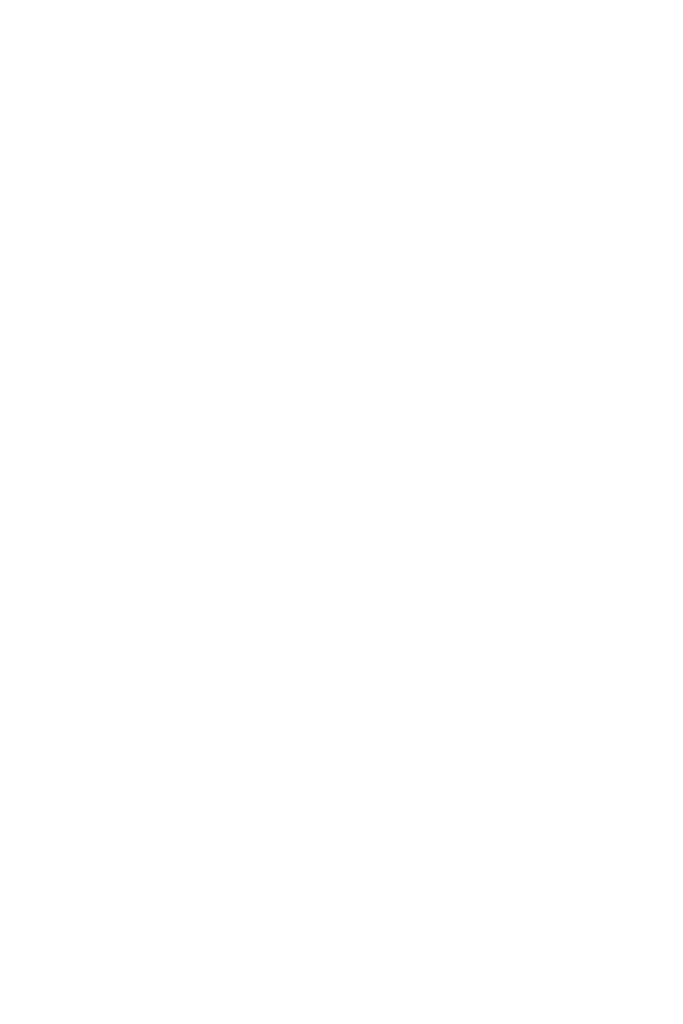
<source format=kicad_pcb>
(kicad_pcb (version 20171130) (host pcbnew "(5.1.7-0-10_14)")

  (general
    (thickness 1.6)
    (drawings 90)
    (tracks 0)
    (zones 0)
    (modules 0)
    (nets 1)
  )

  (page A4)
  (layers
    (0 F.Cu signal)
    (31 B.Cu signal)
    (32 B.Adhes user)
    (33 F.Adhes user)
    (34 B.Paste user)
    (35 F.Paste user)
    (36 B.SilkS user)
    (37 F.SilkS user)
    (38 B.Mask user)
    (39 F.Mask user)
    (40 Dwgs.User user)
    (41 Cmts.User user)
    (42 Eco1.User user)
    (43 Eco2.User user)
    (44 Edge.Cuts user)
    (45 Margin user)
    (46 B.CrtYd user)
    (47 F.CrtYd user)
    (48 B.Fab user)
    (49 F.Fab user)
  )

  (setup
    (last_trace_width 0.25)
    (trace_clearance 0.2)
    (zone_clearance 0.508)
    (zone_45_only no)
    (trace_min 0.2)
    (via_size 0.8)
    (via_drill 0.4)
    (via_min_size 0.4)
    (via_min_drill 0.3)
    (uvia_size 0.3)
    (uvia_drill 0.1)
    (uvias_allowed no)
    (uvia_min_size 0.2)
    (uvia_min_drill 0.1)
    (edge_width 0.05)
    (segment_width 0.2)
    (pcb_text_width 0.3)
    (pcb_text_size 1.5 1.5)
    (mod_edge_width 0.12)
    (mod_text_size 1 1)
    (mod_text_width 0.15)
    (pad_size 1.524 1.524)
    (pad_drill 0.762)
    (pad_to_mask_clearance 0)
    (aux_axis_origin 250 132.5)
    (grid_origin 250 132.5)
    (visible_elements FFFFFF7F)
    (pcbplotparams
      (layerselection 0x00008_7ffffffe)
      (usegerberextensions false)
      (usegerberattributes true)
      (usegerberadvancedattributes true)
      (creategerberjobfile true)
      (excludeedgelayer true)
      (linewidth 0.100000)
      (plotframeref false)
      (viasonmask false)
      (mode 1)
      (useauxorigin false)
      (hpglpennumber 1)
      (hpglpenspeed 20)
      (hpglpendiameter 15.000000)
      (psnegative false)
      (psa4output false)
      (plotreference true)
      (plotvalue true)
      (plotinvisibletext false)
      (padsonsilk false)
      (subtractmaskfromsilk false)
      (outputformat 1)
      (mirror false)
      (drillshape 0)
      (scaleselection 1)
      (outputdirectory "Gerbers/"))
  )

  (net 0 "")

  (net_class Default "This is the default net class."
    (clearance 0.2)
    (trace_width 0.25)
    (via_dia 0.8)
    (via_drill 0.4)
    (uvia_dia 0.3)
    (uvia_drill 0.1)
  )

  (gr_poly (pts (xy 237.230111 99.351784) (xy 237.806901 99.4047) (xy 238.181534 99.554933) (xy 238.474312 99.820757) (xy 238.664894 100.174884) (xy 238.732941 100.59003) (xy 238.658938 101.024336) (xy 238.450496 101.389708) (xy 238.127953 101.660822) (xy 237.711648 101.812378) (xy 237.711648 101.023923) (xy 237.911408 100.840039) (xy 237.976231 100.600591) (xy 237.938528 100.412738) (xy 237.833356 100.256634) (xy 237.597879 100.131618) (xy 237.203651 100.097885) (xy 236.478696 100.097885) (xy 236.478696 98.1876) (xy 237.230111 98.1876)) (layer F.Paste) (width 0.1) (tstamp 60ADAFBE))
  (gr_poly (pts (xy 248.226309 93.411635) (xy 248.259383 93.69077) (xy 248.161819 94.179175) (xy 247.895582 94.577785) (xy 247.500362 94.846419) (xy 247.015844 94.944893) (xy 246.537859 94.852207) (xy 246.152644 94.592338) (xy 245.885499 94.19257) (xy 245.761724 93.680188) (xy 246.523719 93.680188) (xy 246.587219 93.928896) (xy 246.753906 94.125348) (xy 247.015843 94.19877) (xy 247.3598 94.065156) (xy 247.460838 93.917486) (xy 247.497383 93.733105) (xy 247.492093 93.643147) (xy 247.851926 93.442064) (xy 248.1218 93.156315)) (layer F.Paste) (width 0.1) (tstamp 60ADAFBB))
  (gr_arc (start 237.5 90) (end 223.250001 90.5) (angle -85.98089223) (layer F.Paste) (width 0.5) (tstamp 60ADAFB8))
  (gr_poly (pts (xy 231.243793 98.140418) (xy 231.063877 98.637833) (xy 231.155819 98.938796) (xy 231.418417 99.124665) (xy 231.418417 99.897245) (xy 230.977722 99.747921) (xy 230.627316 99.464654) (xy 230.395971 99.080183) (xy 230.312462 98.62725) (xy 230.375301 98.233682) (xy 230.592919 97.780585) (xy 231.476625 96.28305) (xy 232.34975 96.28305)) (layer F.Paste) (width 0.1) (tstamp 60ADAFB5))
  (gr_poly (pts (xy 238.5689 98.92845) (xy 237.653445 98.92843) (xy 237.653445 98.1876) (xy 238.5689 98.1876)) (layer F.Paste) (width 0.1) (tstamp 60ADAFB2))
  (gr_poly (pts (xy 238.172968 78.262437) (xy 238.733634 78.603666) (xy 239.140512 79.124481) (xy 239.34945 79.78569) (xy 238.582159 79.78569) (xy 238.429031 79.417672) (xy 238.186607 79.139447) (xy 237.870762 78.963417) (xy 237.49737 78.901985) (xy 237.124886 78.96565) (xy 236.80747 79.1454) (xy 236.566452 79.424369) (xy 236.423165 79.78569) (xy 235.650585 79.78569) (xy 235.85663 79.133409) (xy 236.267064 78.611603) (xy 236.832278 78.265413) (xy 237.502665 78.139985)) (layer F.Paste) (width 0.1) (tstamp 60ADAFAF))
  (gr_poly (pts (xy 227.984145 94.86025) (xy 227.17452 94.86025) (xy 228.0265 92.494845) (xy 228.836118 92.494845)) (layer F.Paste) (width 0.1) (tstamp 60ADAFAC))
  (gr_poly (pts (xy 244.452035 98.30977) (xy 244.88595 98.30977) (xy 244.88595 99.0506) (xy 244.452035 99.050595) (xy 244.452035 99.913135) (xy 243.69004 99.913135) (xy 243.69004 97.087395) (xy 244.452035 96.26719)) (layer F.Paste) (width 0.1) (tstamp 60ADAFA9))
  (gr_poly (pts (xy 248.30701 88.722235) (xy 245.7141 88.722235) (xy 246.29618 87.981405) (xy 248.30701 87.981405)) (layer F.Paste) (width 0.1) (tstamp 60ADAFA6))
  (gr_poly (pts (xy 237.122294 100.86586) (xy 237.293611 101.013365) (xy 237.29361 101.80711) (xy 236.911454 101.673662) (xy 236.609665 101.449925) (xy 236.393203 101.138875) (xy 236.26703 100.74349) (xy 237.03432 100.642949)) (layer F.Paste) (width 0.1) (tstamp 60ADAFA3))
  (gr_poly (pts (xy 247.422557 91.320442) (xy 247.771889 91.554267) (xy 248.005135 91.905169) (xy 248.09005 92.3414) (xy 248.0101 92.773826) (xy 247.783799 93.113981) (xy 247.43149 93.34301) (xy 246.973514 93.442063) (xy 246.973514 92.701233) (xy 247.248018 92.588785) (xy 247.343929 92.3414) (xy 247.242065 92.086078) (xy 246.989389 91.981568) (xy 246.813441 92.023901) (xy 246.693056 92.145609) (xy 246.624265 92.37315) (xy 245.87814 92.37315) (xy 245.975868 91.918564) (xy 246.211511 91.558235) (xy 246.55828 91.320938) (xy 246.989385 91.235444)) (layer F.Paste) (width 0.1) (tstamp 60ADAFA0))
  (gr_poly (pts (xy 232.582602 97.722395) (xy 232.840569 98.128528) (xy 232.93185 98.6061) (xy 232.850737 99.064492) (xy 232.624272 99.451444) (xy 232.277752 99.737193) (xy 231.836478 99.891974) (xy 231.836478 99.119394) (xy 232.098415 98.92294) (xy 232.185727 98.611394) (xy 232.091139 98.297202) (xy 231.77827 98.066354) (xy 232.164561 97.415479)) (layer F.Paste) (width 0.1) (tstamp 60ADAF9D))
  (gr_poly (pts (xy 243.9123 83.73015) (xy 243.1503 83.730149) (xy 243.1503 81.385949) (xy 242.843385 81.565865) (xy 242.843385 80.724495) (xy 243.9123 80.089495)) (layer F.Paste) (width 0.1) (tstamp 60ADAF9A))
  (gr_poly (pts (xy 228.612774 85.152849) (xy 228.943915 85.376587) (xy 229.158971 85.705496) (xy 229.235617 86.11874) (xy 229.18733 86.429623) (xy 229.023951 86.73257) (xy 229.285887 87.116874) (xy 229.373202 87.568656) (xy 229.289941 88.02787) (xy 229.052395 88.392828) (xy 228.67892 88.644677) (xy 228.187872 88.764566) (xy 228.187872 88.023736) (xy 228.507355 87.879539) (xy 228.616495 87.568655) (xy 228.511324 87.272983) (xy 228.187872 87.140031) (xy 228.187872 86.393906) (xy 228.402184 86.290057) (xy 228.473621 86.08699) (xy 228.404168 85.888552) (xy 228.187872 85.785365) (xy 228.187872 85.05512)) (layer F.Paste) (width 0.1) (tstamp 60ADAF97))
  (gr_poly (pts (xy 231.407857 80.875335) (xy 231.14592 81.071785) (xy 231.058608 81.38333) (xy 231.153196 81.700168) (xy 231.466065 81.93366) (xy 231.079776 82.584535) (xy 230.661735 82.27762) (xy 230.405752 81.868839) (xy 230.312487 81.388625) (xy 230.393598 80.933211) (xy 230.620063 80.54725) (xy 230.966583 80.260508) (xy 231.407857 80.10275)) (layer F.Paste) (width 0.1) (tstamp 60ADAF94))
  (gr_poly (pts (xy 227.790995 85.785359) (xy 227.576683 85.888546) (xy 227.505246 86.086984) (xy 227.576683 86.290052) (xy 227.790995 86.3939) (xy 227.790995 87.140025) (xy 227.470189 87.272978) (xy 227.367663 87.568649) (xy 227.474157 87.879533) (xy 227.790995 88.02373) (xy 227.790997 88.764554) (xy 227.299948 88.644668) (xy 226.926473 88.39282) (xy 226.688927 88.027861) (xy 226.605667 87.568644) (xy 226.692979 87.11687) (xy 226.954916 86.732564) (xy 226.791536 86.429618) (xy 226.74325 86.118734) (xy 226.819895 85.70549) (xy 227.03495 85.376581) (xy 227.366091 85.152844) (xy 227.790995 85.055114)) (layer F.Paste) (width 0.1) (tstamp 60ADAF91))
  (gr_poly (pts (xy 228.99485 92.06093) (xy 226.71944 92.06093) (xy 226.71944 91.3201) (xy 229.25945 91.3201)) (layer F.Paste) (width 0.1) (tstamp 60ADAF8E))
  (gr_poly (pts (xy 232.26659 80.252074) (xy 232.616997 80.535344) (xy 232.848341 80.919816) (xy 232.931847 81.37275) (xy 232.869008 81.76433) (xy 232.651389 82.21941) (xy 231.767684 83.71695) (xy 230.894564 83.71695) (xy 232.000519 81.85958) (xy 232.180436 81.356875) (xy 232.088493 81.058557) (xy 231.825895 80.875335) (xy 231.825895 80.10275)) (layer F.Paste) (width 0.1) (tstamp 60ADAF8B))
  (gr_poly (pts (xy 236.566452 80.576457) (xy 236.80747 80.857244) (xy 237.124886 81.038813) (xy 237.49737 81.103305) (xy 237.870762 81.041789) (xy 238.186608 80.865181) (xy 238.429032 80.585386) (xy 238.582159 80.21431) (xy 239.34945 80.21431) (xy 239.140512 80.875519) (xy 238.733634 81.396333) (xy 238.172968 81.737563) (xy 237.502665 81.860015) (xy 236.832278 81.73533) (xy 236.267063 81.39038) (xy 235.856629 80.868822) (xy 235.650585 80.21431) (xy 236.423165 80.21431)) (layer F.Paste) (width 0.1) (tstamp 60ADAF88))
  (gr_poly (pts (xy 247.557247 85.189479) (xy 247.933947 85.440749) (xy 248.187615 85.814058) (xy 248.28055 86.2722) (xy 248.193234 86.692228) (xy 247.899547 87.155908) (xy 247.608506 87.531615) (xy 246.656011 87.531615) (xy 247.291011 86.71141) (xy 247.464974 86.458734) (xy 247.507969 86.277495) (xy 247.386261 85.976532) (xy 247.089929 85.854163) (xy 246.777721 85.976532) (xy 246.656013 86.340995) (xy 245.904598 86.340995) (xy 245.989265 85.81712) (xy 246.167279 85.521614) (xy 246.425165 85.294569) (xy 246.741589 85.148883) (xy 247.09522 85.097455)) (layer F.Paste) (width 0.1) (tstamp 60ADAF85))
  (gr_arc (start 237.5 90) (end 238 104.25) (angle -85.98089237) (layer F.Paste) (width 0.5) (tstamp 60ADAF82))
  (gr_arc (start 237.5 90) (end 237 75.75) (angle -85.98089237) (layer F.Paste) (width 0.5) (tstamp 60ADAF7F))
  (gr_arc (start 237.5 90) (end 251.749999 89.5) (angle -85.98089223) (layer F.Paste) (width 0.5) (tstamp 60ADAF7C))
  (gr_poly (pts (xy 243.261415 99.0506) (xy 241.86971 99.0506) (xy 242.562915 98.30977) (xy 243.261415 98.30977)) (layer F.Paste) (width 0.1) (tstamp 60ADAF79))
  (gr_poly (pts (xy 239.11241 112.818145) (xy 239.53413 113.005048) (xy 239.910705 113.258924) (xy 240.234943 113.571587) (xy 240.49965 113.934852) (xy 240.697632 114.340533) (xy 240.821696 114.780444) (xy 240.864647 115.2464) (xy 240.73897 116.029561) (xy 240.303732 116.93972) (xy 238.536322 119.9348) (xy 236.790077 119.9348) (xy 239.001987 116.22006) (xy 239.273184 115.665758) (xy 239.36182 115.21465) (xy 239.315022 114.890038) (xy 239.177936 114.618015) (xy 238.955521 114.403539) (xy 238.65274 114.25157) (xy 238.65274 112.7064)) (layer F.Paste) (width 0) (tstamp 60ADAB9A))
  (gr_poly (pts (xy 237.816655 114.25157) (xy 237.511063 114.417757) (xy 237.292784 114.64447) (xy 237.161816 114.92873) (xy 237.11816 115.26756) (xy 237.163635 115.613668) (xy 237.307337 115.901237) (xy 237.560179 116.147133) (xy 237.933075 116.36822) (xy 237.16049 117.66997) (xy 236.667044 117.363055) (xy 236.32441 117.05614) (xy 236.03221 116.674147) (xy 235.812441 116.238578) (xy 235.674031 115.767293) (xy 235.62591 115.27815) (xy 235.66752 114.809094) (xy 235.788132 114.367323) (xy 235.981422 113.960278) (xy 236.241064 113.595401) (xy 236.560734 113.280133) (xy 236.934106 113.021916) (xy 237.354855 112.828191) (xy 237.816655 112.7064)) (layer F.Paste) (width 0) (tstamp 60ADAB9D))
  (gr_poly (pts (xy 230.137438 122.674824) (xy 229.733184 122.806661) (xy 229.375812 123.001501) (xy 229.070901 123.254136) (xy 228.824033 123.559357) (xy 228.640789 123.911954) (xy 228.52675 124.30672) (xy 228.487497 124.738445) (xy 228.58407 125.360216) (xy 228.910829 125.96611) (xy 228.605235 126.333052) (xy 228.386954 126.73472) (xy 228.255985 127.170123) (xy 228.212332 127.63826) (xy 228.254728 128.118683) (xy 228.378854 128.556692) (xy 228.580123 128.947571) (xy 228.853946 129.286609) (xy 229.195733 129.569092) (xy 229.600896 129.790308) (xy 230.064845 129.945543) (xy 230.582992 130.030085) (xy 230.582992 128.548425) (xy 230.212413 128.447885) (xy 229.944027 128.260032) (xy 229.780813 127.988836) (xy 229.725747 127.638265) (xy 229.777837 127.300426) (xy 229.93609 127.046923) (xy 230.203483 126.87478) (xy 230.582992 126.78102) (xy 230.582992 125.288775) (xy 230.332961 125.209236) (xy 230.154367 125.081079) (xy 230.047211 124.903312) (xy 230.011492 124.674945) (xy 230.045723 124.452694) (xy 230.150399 124.278068) (xy 230.328497 124.151068) (xy 230.582992 124.071695) (xy 230.582992 122.6112)) (layer F.Paste) (width 0) (tstamp 60ADAB7D))
  (gr_poly (pts (xy 231.822291 122.674804) (xy 232.226545 122.806641) (xy 232.583917 123.001481) (xy 232.888828 123.254116) (xy 233.135696 123.559337) (xy 233.31894 123.911934) (xy 233.432979 124.3067) (xy 233.472232 124.738425) (xy 233.375659 125.360196) (xy 233.0489 125.96609) (xy 233.354494 126.333032) (xy 233.572775 126.7347) (xy 233.703744 127.170103) (xy 233.747397 127.63824) (xy 233.705001 128.118663) (xy 233.580875 128.556672) (xy 233.379606 128.947551) (xy 233.105783 129.286589) (xy 232.763996 129.569072) (xy 232.358833 129.790288) (xy 231.894884 129.945523) (xy 231.376737 130.030065) (xy 231.376737 128.548405) (xy 231.747316 128.447865) (xy 232.015702 128.260012) (xy 232.178916 127.988816) (xy 232.233982 127.638245) (xy 232.181892 127.300406) (xy 232.023639 127.046903) (xy 231.756246 126.87476) (xy 231.376737 126.781) (xy 231.376737 125.288755) (xy 231.626768 125.209216) (xy 231.805362 125.081059) (xy 231.912518 124.903292) (xy 231.948237 124.674925) (xy 231.914006 124.452674) (xy 231.80933 124.278048) (xy 231.631232 124.151048) (xy 231.376737 124.071675) (xy 231.376737 122.61118)) (layer F.Paste) (width 0))
  (gr_poly (pts (xy 237.488582 148.78182) (xy 237.217385 149.334797) (xy 237.12875 149.77665) (xy 237.175548 150.102913) (xy 237.312634 150.378576) (xy 237.535048 150.596691) (xy 237.83783 150.750315) (xy 237.83783 152.295475) (xy 237.378159 152.183731) (xy 236.95644 151.996829) (xy 236.579864 151.742954) (xy 236.255627 151.430292) (xy 235.99092 151.067029) (xy 235.792938 150.661349) (xy 235.668873 150.221439) (xy 235.62592 149.755485) (xy 235.751596 148.968351) (xy 236.186834 148.062155) (xy 237.954245 145.06708) (xy 239.70049 145.06708)) (layer F.Paste) (width 0))
  (gr_poly (pts (xy 239.823521 147.630886) (xy 240.166155 147.94574) (xy 240.462816 148.3231) (xy 240.682088 148.758007) (xy 240.818017 149.228634) (xy 240.86465 149.71315) (xy 240.823045 150.185677) (xy 240.702432 150.629927) (xy 240.509142 151.038458) (xy 240.2495 151.40383) (xy 239.92983 151.7186) (xy 239.556458 151.975328) (xy 239.13571 152.166571) (xy 238.67391 152.28489) (xy 238.67391 150.73973) (xy 238.979504 150.57354) (xy 239.197785 150.346826) (xy 239.328754 150.062566) (xy 239.37241 149.723735) (xy 239.326934 149.382258) (xy 239.183232 149.095351) (xy 238.93039 148.850116) (xy 238.557495 148.633655) (xy 239.330075 147.33191)) (layer F.Paste) (width 0))
  (gr_poly (pts (xy 249.245589 154.23266) (xy 249.588223 154.52767) (xy 249.588223 156.115165) (xy 248.82391 155.848266) (xy 248.220331 155.400791) (xy 247.787408 154.778691) (xy 247.535063 153.98792) (xy 249.069643 153.78684)) (layer F.Paste) (width 0) (tstamp 60ADABAA))
  (gr_poly (pts (xy 249.461223 151.204513) (xy 250.614803 151.310345) (xy 251.364068 151.610811) (xy 251.949623 152.142457) (xy 252.330788 152.850711) (xy 252.466876 153.681008) (xy 252.429029 154.129414) (xy 252.318876 154.549666) (xy 251.901994 155.28041) (xy 251.25691 155.822638) (xy 250.861504 156.007245) (xy 250.424302 156.125748) (xy 250.424302 154.548838) (xy 250.823821 154.181069) (xy 250.953467 153.702173) (xy 250.878061 153.326466) (xy 250.667718 153.014258) (xy 250.196759 152.764225) (xy 249.408303 152.696758) (xy 247.958393 152.696758) (xy 247.958393 148.876188) (xy 249.461223 148.876188)) (layer F.Paste) (width 0) (tstamp 60ADABAF))
  (gr_poly (pts (xy 271.453518 139.32422) (xy 271.51966 139.882486) (xy 271.469224 140.388315) (xy 271.32453 140.859293) (xy 271.095501 141.285375) (xy 270.792058 141.656514) (xy 270.424124 141.962665) (xy 270.001619 142.193782) (xy 269.534465 142.339819) (xy 269.032585 142.390731) (xy 268.534571 142.343251) (xy 268.076617 142.205357) (xy 267.665047 141.983873) (xy 267.306187 141.685618) (xy 267.006361 141.317414) (xy 266.771895 140.886082) (xy 266.609115 140.398444) (xy 266.524345 139.861321) (xy 268.04834 139.861321) (xy 268.17534 140.358736) (xy 268.31226 140.581482) (xy 268.508712 140.751642) (xy 268.752789 140.860287) (xy 269.032585 140.898486) (xy 269.415237 140.827379) (xy 269.720499 140.631258) (xy 269.922574 140.335918) (xy 269.995665 139.967156) (xy 269.985085 139.78724) (xy 270.364762 139.625845) (xy 270.70475 139.385075) (xy 271.2445 138.813575)) (layer F.Paste) (width 0))
  (gr_poly (pts (xy 269.429775 135.015661) (xy 269.846016 135.141834) (xy 270.220338 135.342421) (xy 270.544679 135.609484) (xy 270.810977 135.935085) (xy 271.011171 136.311289) (xy 271.137199 136.730156) (xy 271.180998 137.183747) (xy 271.140174 137.636887) (xy 271.021091 138.048603) (xy 270.828835 138.414182) (xy 270.56849 138.728912) (xy 270.245142 138.98808) (xy 269.863874 139.186972) (xy 269.429773 139.320875) (xy 268.947923 139.385077) (xy 268.947923 137.903417) (xy 269.264594 137.826688) (xy 269.49693 137.678522) (xy 269.63997 137.462887) (xy 269.688753 137.183752) (xy 269.634513 136.90164) (xy 269.485025 136.673107) (xy 269.26013 136.51998) (xy 268.979673 136.464087) (xy 268.627778 136.548753) (xy 268.387008 136.792168) (xy 268.249425 137.24725) (xy 266.75718 137.24725) (xy 266.817084 136.772696) (xy 266.952642 136.338078) (xy 267.157157 135.950588) (xy 267.42393 135.617421) (xy 267.746266 135.345769) (xy 268.117467 135.142826) (xy 268.530836 135.015785) (xy 268.979675 134.97184)) (layer F.Paste) (width 0))
  (gr_poly (pts (xy 269.669986 122.743373) (xy 270.115395 122.87986) (xy 270.518139 123.09597) (xy 270.868793 123.3824) (xy 271.157933 123.729851) (xy 271.376131 124.129018) (xy 271.513961 124.570602) (xy 271.561999 125.0453) (xy 271.520328 125.474749) (xy 271.387375 125.885347) (xy 270.800004 126.81271) (xy 270.217919 127.564125) (xy 268.312924 127.564125) (xy 269.582919 125.923715) (xy 269.930845 125.418363) (xy 270.016837 125.055885) (xy 269.951683 124.722676) (xy 269.773421 124.453959) (xy 269.507847 124.274539) (xy 269.180757 124.20922) (xy 268.821917 124.27057) (xy 268.556343 124.45396) (xy 268.386018 124.758396) (xy 268.312927 125.182885) (xy 266.810097 125.182885) (xy 266.839201 124.603451) (xy 266.97943 124.13514) (xy 267.335459 123.544129) (xy 267.851229 123.090039) (xy 268.484077 122.798666) (xy 269.19134 122.69581)) (layer F.Paste) (width 0))
  (gr_poly (pts (xy 248.13386 113.653884) (xy 248.615897 114.215458) (xy 249.25073 114.578596) (xy 249.995695 114.70758) (xy 250.742479 114.584549) (xy 251.374169 114.231332) (xy 251.859016 113.671742) (xy 252.16527 112.92959) (xy 253.69985 112.92959) (xy 253.545916 113.620999) (xy 253.281975 114.252008) (xy 252.919063 114.81282) (xy 252.468218 115.293637) (xy 251.94048 115.684662) (xy 251.346886 115.976095) (xy 250.698473 116.158141) (xy 250.00628 116.221) (xy 249.315803 116.156838) (xy 248.665509 115.971631) (xy 248.067801 115.67629) (xy 247.53508 115.281731) (xy 247.07975 114.798867) (xy 246.714213 114.238613) (xy 246.45087 113.611883) (xy 246.302125 112.92959) (xy 247.847285 112.92959)) (layer F.Paste) (width 0))
  (gr_poly (pts (xy 250.698473 108.843799) (xy 251.346886 109.025844) (xy 251.94048 109.317278) (xy 252.468218 109.708302) (xy 252.919063 110.189119) (xy 253.281975 110.749931) (xy 253.545917 111.380941) (xy 253.69985 112.07235) (xy 252.16527 112.07235) (xy 251.859016 111.336314) (xy 251.374169 110.779864) (xy 250.742479 110.427805) (xy 249.995695 110.30494) (xy 249.25073 110.43227) (xy 248.615897 110.791771) (xy 248.133861 111.349709) (xy 247.847285 112.07235) (xy 246.302125 112.07235) (xy 246.450871 111.393094) (xy 246.714213 110.76779) (xy 247.079751 110.207721) (xy 247.535081 109.724176) (xy 248.067801 109.328439) (xy 248.665509 109.031797) (xy 249.315803 108.845535) (xy 250.00628 108.78094)) (layer F.Paste) (width 0))
  (gr_arc (start 250 132.5) (end 250.749999 160.494139) (angle -86.9) (layer F.Paste) (width 1.1) (tstamp 60AC3D2A))
  (gr_arc (start 250 132.5) (end 222.005861 133.249999) (angle -86.9) (layer F.Paste) (width 1.1) (tstamp 60AC3D27))
  (gr_arc (start 250 132.5) (end 249.250001 104.505861) (angle -86.9) (layer F.Paste) (width 1.1) (tstamp 60AC3D24))
  (gr_arc (start 250 132.5) (end 277.994139 131.750001) (angle -86.9) (layer F.Paste) (width 1.1))
  (gr_circle (center 250 132.5) (end 277.5 132.5) (layer Dwgs.User) (width 0.15))
  (gr_circle (center 250 112.5) (end 255 112.5) (layer Dwgs.User) (width 0.15))
  (gr_line (start 248.26717 137.83312) (end 250 142.5) (layer Dwgs.User) (width 0.25))
  (gr_line (start 244.12215 140.59017) (end 248.26717 137.83312) (layer Dwgs.User) (width 0.25))
  (gr_line (start 245.46338 135.79605) (end 244.12215 140.59017) (layer Dwgs.User) (width 0.25))
  (gr_line (start 240.48943 135.590174) (end 245.46338 135.79605) (layer Dwgs.User) (width 0.25))
  (gr_line (start 244.39243 132.500004) (end 240.48943 135.590174) (layer Dwgs.User) (width 0.25))
  (gr_line (start 240.48943 129.409834) (end 244.39243 132.500004) (layer Dwgs.User) (width 0.25))
  (gr_line (start 245.46338 129.203956) (end 240.48943 129.409834) (layer Dwgs.User) (width 0.25))
  (gr_line (start 244.12215 124.409836) (end 245.46338 129.203956) (layer Dwgs.User) (width 0.25))
  (gr_line (start 248.26717 127.166886) (end 244.12215 124.409836) (layer Dwgs.User) (width 0.25))
  (gr_line (start 250 122.500006) (end 248.26717 127.166886) (layer Dwgs.User) (width 0.25))
  (gr_line (start 251.73283 127.166886) (end 250 122.500006) (layer Dwgs.User) (width 0.25))
  (gr_line (start 255.87785 124.409836) (end 251.73283 127.166886) (layer Dwgs.User) (width 0.25))
  (gr_line (start 254.53662 129.203956) (end 255.87785 124.409836) (layer Dwgs.User) (width 0.25))
  (gr_line (start 259.51057 129.409832) (end 254.53662 129.203956) (layer Dwgs.User) (width 0.25))
  (gr_line (start 255.60757 132.500002) (end 259.51057 129.409832) (layer Dwgs.User) (width 0.25))
  (gr_line (start 259.51057 135.590172) (end 255.60757 132.500002) (layer Dwgs.User) (width 0.25))
  (gr_line (start 254.53662 135.79605) (end 259.51057 135.590172) (layer Dwgs.User) (width 0.25))
  (gr_line (start 255.87785 140.59017) (end 254.53662 135.79605) (layer Dwgs.User) (width 0.25))
  (gr_line (start 251.73283 137.83312) (end 255.87785 140.59017) (layer Dwgs.User) (width 0.25))
  (gr_line (start 250 142.5) (end 251.73283 137.83312) (layer Dwgs.User) (width 0.25))
  (gr_line (start 246.53437 143.166234) (end 250 152.5) (layer Dwgs.User) (width 0.25))
  (gr_line (start 238.24433 148.680344) (end 246.53437 143.166234) (layer Dwgs.User) (width 0.25))
  (gr_line (start 240.9268 139.092094) (end 238.24433 148.680344) (layer Dwgs.User) (width 0.25))
  (gr_line (start 230.97891 138.68034) (end 240.9268 139.092094) (layer Dwgs.User) (width 0.25))
  (gr_line (start 238.7849 132.5) (end 230.97891 138.68034) (layer Dwgs.User) (width 0.25))
  (gr_line (start 230.9789 126.3197) (end 238.7849 132.5) (layer Dwgs.User) (width 0.25))
  (gr_line (start 240.9268 125.9079) (end 230.9789 126.3197) (layer Dwgs.User) (width 0.25))
  (gr_line (start 238.2443 116.3197) (end 240.9268 125.9079) (layer Dwgs.User) (width 0.25))
  (gr_line (start 246.5343 121.8338) (end 238.2443 116.3197) (layer Dwgs.User) (width 0.25))
  (gr_line (start 250 112.5) (end 246.5343 121.8338) (layer Dwgs.User) (width 0.25))
  (gr_line (start 253.4657 121.8338) (end 250 112.5) (layer Dwgs.User) (width 0.25))
  (gr_line (start 261.7557 116.3197) (end 253.4657 121.8338) (layer Dwgs.User) (width 0.25))
  (gr_line (start 259.0732 125.9079) (end 261.7557 116.3197) (layer Dwgs.User) (width 0.25))
  (gr_line (start 269.0211 126.3197) (end 259.0732 125.9079) (layer Dwgs.User) (width 0.25))
  (gr_line (start 261.2151 132.5) (end 269.0211 126.3197) (layer Dwgs.User) (width 0.25))
  (gr_line (start 269.02113 138.680335) (end 261.2151 132.5) (layer Dwgs.User) (width 0.25))
  (gr_line (start 259.07324 139.09209) (end 269.02113 138.680335) (layer Dwgs.User) (width 0.25))
  (gr_line (start 261.75571 148.68034) (end 259.07324 139.09209) (layer Dwgs.User) (width 0.25))
  (gr_line (start 253.46567 143.16623) (end 261.75571 148.68034) (layer Dwgs.User) (width 0.25))
  (gr_line (start 250 152.5) (end 253.46567 143.16623) (layer Dwgs.User) (width 0.25))
  (gr_poly (pts (xy 262.8246 119.9603) (xy 261.300601 119.960298) (xy 261.300601 115.271898) (xy 260.68677 115.63173) (xy 260.68677 113.94899) (xy 262.8246 112.67899)) (layer F.Paste) (width 0) (tstamp 608DABB6))
  (gr_poly (pts (xy 230.96829 142.2205) (xy 229.34904 142.2205) (xy 231.053 137.48969) (xy 232.672236 137.48969)) (layer F.Paste) (width 0) (tstamp 608DABC2))
  (gr_poly (pts (xy 232.9897 136.62186) (xy 228.43888 136.62186) (xy 228.43888 135.1402) (xy 233.5189 135.1402)) (layer F.Paste) (width 0) (tstamp 608DABC3))
  (gr_poly (pts (xy 252.1378 150.3569) (xy 250.30689 150.35686) (xy 250.30689 148.8752) (xy 252.1378 148.8752)) (layer F.Paste) (width 0) (tstamp 608DABC8))
  (gr_poly (pts (xy 263.90407 149.11954) (xy 264.7719 149.11954) (xy 264.7719 150.6012) (xy 263.90407 150.60119) (xy 263.90407 152.32627) (xy 262.38008 152.32627) (xy 262.38008 146.67479) (xy 263.90407 145.03438)) (layer F.Paste) (width 0) (tstamp 608DABC9))
  (gr_poly (pts (xy 261.52283 150.6012) (xy 258.73942 150.6012) (xy 260.12583 149.11954) (xy 261.52283 149.11954)) (layer F.Paste) (width 0) (tstamp 608DABCA))
  (gr_poly (pts (xy 271.61402 129.94447) (xy 266.4282 129.94447) (xy 267.59236 128.46281) (xy 271.61402 128.46281)) (layer F.Paste) (width 0) (tstamp 608DABD2))

)

</source>
